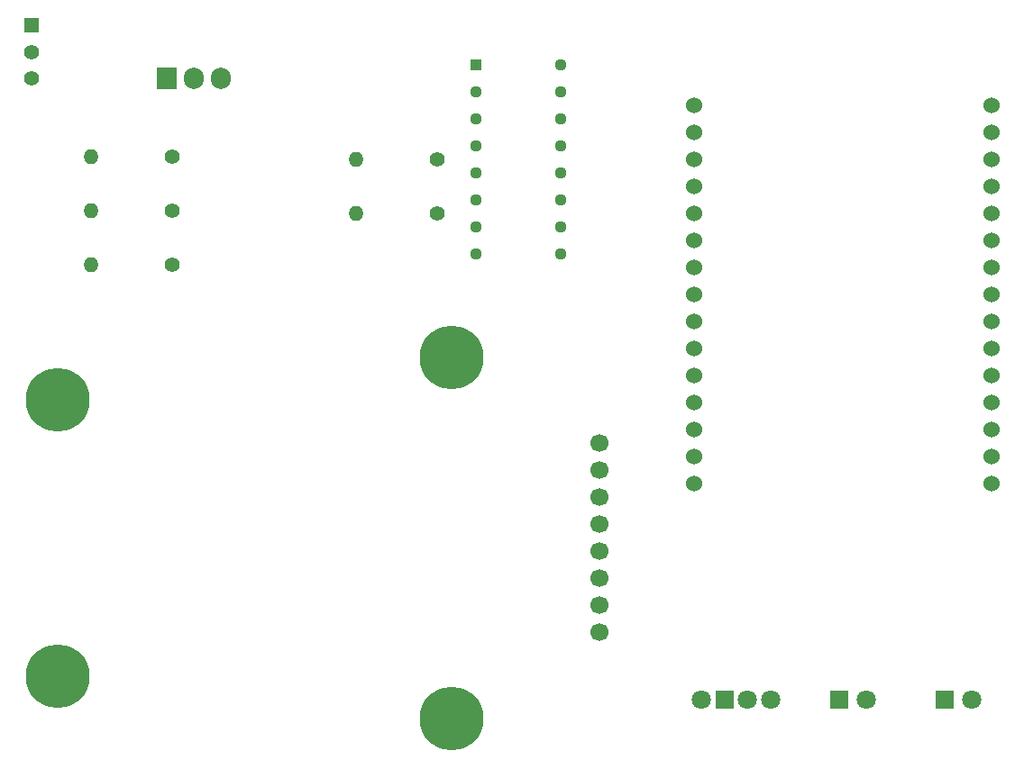
<source format=gbr>
%TF.GenerationSoftware,KiCad,Pcbnew,(6.0.11)*%
%TF.CreationDate,2023-02-17T23:10:17-08:00*%
%TF.ProjectId,badger,62616467-6572-42e6-9b69-6361645f7063,Original*%
%TF.SameCoordinates,Original*%
%TF.FileFunction,Soldermask,Bot*%
%TF.FilePolarity,Negative*%
%FSLAX46Y46*%
G04 Gerber Fmt 4.6, Leading zero omitted, Abs format (unit mm)*
G04 Created by KiCad (PCBNEW (6.0.11)) date 2023-02-17 23:10:17*
%MOMM*%
%LPD*%
G01*
G04 APERTURE LIST*
%ADD10C,1.400000*%
%ADD11O,1.400000X1.400000*%
%ADD12R,1.800000X1.800000*%
%ADD13C,1.800000*%
%ADD14R,1.130000X1.130000*%
%ADD15C,1.130000*%
%ADD16R,1.408000X1.408000*%
%ADD17C,1.408000*%
%ADD18R,1.905000X2.000000*%
%ADD19O,1.905000X2.000000*%
%ADD20C,6.000000*%
%ADD21C,1.700000*%
%ADD22C,1.524000*%
G04 APERTURE END LIST*
D10*
%TO.C,R3*%
X165100000Y-76200000D03*
D11*
X157480000Y-76200000D03*
%TD*%
D12*
%TO.C,LED2*%
X212760000Y-126960000D03*
D13*
X215300000Y-126960000D03*
%TD*%
D14*
%TO.C,IC0*%
X168750000Y-67310000D03*
D15*
X168750000Y-69850000D03*
X168750000Y-72390000D03*
X168750000Y-74930000D03*
X168750000Y-77470000D03*
X168750000Y-80010000D03*
X168750000Y-82550000D03*
X168750000Y-85090000D03*
X176690000Y-85090000D03*
X176690000Y-82550000D03*
X176690000Y-80010000D03*
X176690000Y-77470000D03*
X176690000Y-74930000D03*
X176690000Y-72390000D03*
X176690000Y-69850000D03*
X176690000Y-67310000D03*
%TD*%
D12*
%TO.C,LED1*%
X202860000Y-126960000D03*
D13*
X205400000Y-126960000D03*
%TD*%
%TO.C,LED0*%
X189900000Y-126960000D03*
D12*
X192059000Y-126960000D03*
D13*
X194218000Y-126960000D03*
X196377000Y-126960000D03*
%TD*%
D16*
%TO.C,PSW0*%
X127000000Y-63580000D03*
D17*
X127000000Y-66080000D03*
X127000000Y-68580000D03*
%TD*%
D18*
%TO.C,VR0*%
X139700000Y-68580000D03*
D19*
X142240000Y-68580000D03*
X144780000Y-68580000D03*
%TD*%
D10*
%TO.C,R1*%
X140140000Y-81020000D03*
D11*
X132520000Y-81020000D03*
%TD*%
D20*
%TO.C,IC1*%
X166400000Y-94760000D03*
X129400000Y-98760000D03*
X129400000Y-124760000D03*
X166400000Y-128760000D03*
D21*
X180340000Y-120650000D03*
X180340000Y-118110000D03*
X180340000Y-115570000D03*
X180340000Y-113030000D03*
X180340000Y-110490000D03*
X180340000Y-107950000D03*
X180340000Y-105410000D03*
X180340000Y-102870000D03*
%TD*%
D10*
%TO.C,R4*%
X165100000Y-81280000D03*
D11*
X157480000Y-81280000D03*
%TD*%
D22*
%TO.C,CTRL0*%
X217170000Y-106680000D03*
X217170000Y-104140000D03*
X217170000Y-101600000D03*
X217170000Y-99060000D03*
X217170000Y-96520000D03*
X217170000Y-93980000D03*
X217170000Y-91440000D03*
X217170000Y-88900000D03*
X217170000Y-86360000D03*
X217170000Y-83820000D03*
X217170000Y-81280000D03*
X217170000Y-78740000D03*
X217170000Y-76200000D03*
X217170000Y-73660000D03*
X217170000Y-71120000D03*
X189230000Y-71120000D03*
X189230000Y-73660000D03*
X189230000Y-76200000D03*
X189230000Y-78740000D03*
X189230000Y-81280000D03*
X189230000Y-83820000D03*
X189230000Y-86360000D03*
X189230000Y-88900000D03*
X189230000Y-91440000D03*
X189230000Y-93980000D03*
X189230000Y-96520000D03*
X189230000Y-99060000D03*
X189230000Y-101600000D03*
X189230000Y-104140000D03*
X189230000Y-106680000D03*
%TD*%
D10*
%TO.C,R2*%
X140140000Y-86100000D03*
D11*
X132520000Y-86100000D03*
%TD*%
D10*
%TO.C,R0*%
X140140000Y-75940000D03*
D11*
X132520000Y-75940000D03*
%TD*%
M02*

</source>
